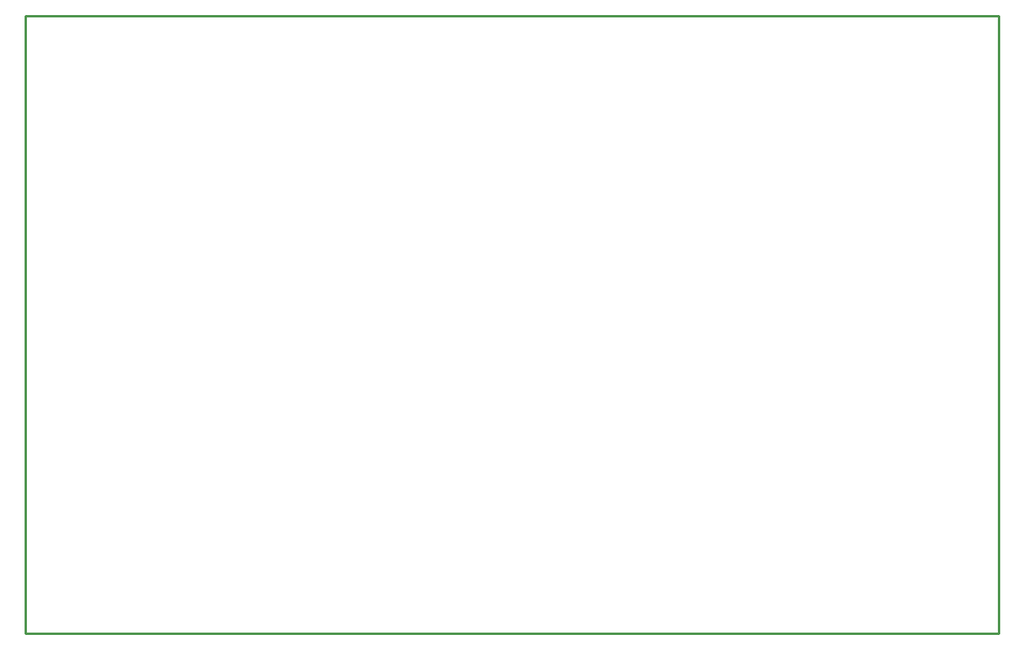
<source format=gbr>
G04 #@! TF.GenerationSoftware,KiCad,Pcbnew,(6.0.0-rc1-dev-478-gc120ae9e9)*
G04 #@! TF.CreationDate,2018-09-18T16:10:10+03:00*
G04 #@! TF.ProjectId,LCD-DRIVER_Rev_C,4C43442D4452495645525F5265765F43,C*
G04 #@! TF.SameCoordinates,Original*
G04 #@! TF.FileFunction,Profile,NP*
%FSLAX46Y46*%
G04 Gerber Fmt 4.6, Leading zero omitted, Abs format (unit mm)*
G04 Created by KiCad (PCBNEW (6.0.0-rc1-dev-478-gc120ae9e9)) date 09/18/18 16:10:10*
%MOMM*%
%LPD*%
G01*
G04 APERTURE LIST*
%ADD10C,0.254000*%
G04 APERTURE END LIST*
D10*
X70000000Y-126500000D02*
X70000000Y-60500000D01*
X174000000Y-126500000D02*
X70000000Y-126500000D01*
X174000000Y-60500000D02*
X174000000Y-126500000D01*
X70000000Y-60500000D02*
X174000000Y-60500000D01*
M02*

</source>
